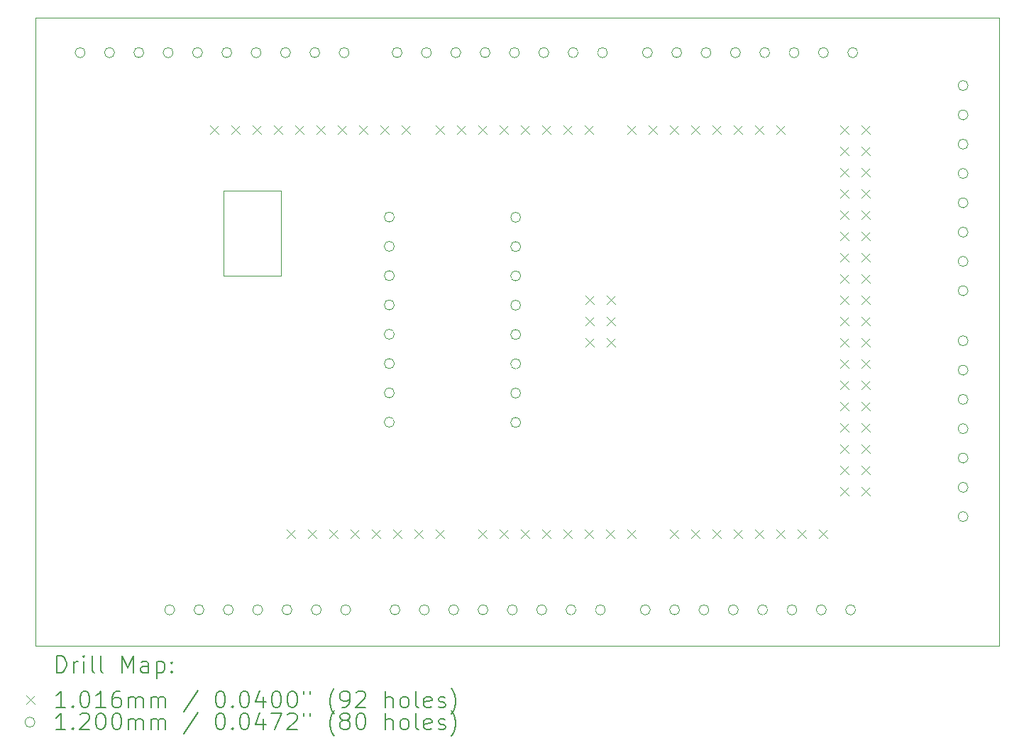
<source format=gbr>
%TF.GenerationSoftware,KiCad,Pcbnew,8.0.5*%
%TF.CreationDate,2024-10-08T21:35:42-05:00*%
%TF.ProjectId,Arduino Shield,41726475-696e-46f2-9053-6869656c642e,rev?*%
%TF.SameCoordinates,Original*%
%TF.FileFunction,Drillmap*%
%TF.FilePolarity,Positive*%
%FSLAX45Y45*%
G04 Gerber Fmt 4.5, Leading zero omitted, Abs format (unit mm)*
G04 Created by KiCad (PCBNEW 8.0.5) date 2024-10-08 21:35:42*
%MOMM*%
%LPD*%
G01*
G04 APERTURE LIST*
%ADD10C,0.100000*%
%ADD11C,0.200000*%
%ADD12C,0.101600*%
%ADD13C,0.120000*%
G04 APERTURE END LIST*
D10*
X4241800Y-4064000D02*
X4927600Y-4064000D01*
X4927600Y-5080000D01*
X4241800Y-5080000D01*
X4241800Y-4064000D01*
X2000000Y-2000000D02*
X13500000Y-2000000D01*
X13500000Y-9500000D01*
X2000000Y-9500000D01*
X2000000Y-2000000D01*
D11*
D12*
X4082800Y-3279200D02*
X4184400Y-3380800D01*
X4184400Y-3279200D02*
X4082800Y-3380800D01*
X4336800Y-3279200D02*
X4438400Y-3380800D01*
X4438400Y-3279200D02*
X4336800Y-3380800D01*
X4590800Y-3279200D02*
X4692400Y-3380800D01*
X4692400Y-3279200D02*
X4590800Y-3380800D01*
X4844800Y-3279200D02*
X4946400Y-3380800D01*
X4946400Y-3279200D02*
X4844800Y-3380800D01*
X4997200Y-8105200D02*
X5098800Y-8206800D01*
X5098800Y-8105200D02*
X4997200Y-8206800D01*
X5098800Y-3279200D02*
X5200400Y-3380800D01*
X5200400Y-3279200D02*
X5098800Y-3380800D01*
X5251200Y-8105200D02*
X5352800Y-8206800D01*
X5352800Y-8105200D02*
X5251200Y-8206800D01*
X5352800Y-3279200D02*
X5454400Y-3380800D01*
X5454400Y-3279200D02*
X5352800Y-3380800D01*
X5505200Y-8105200D02*
X5606800Y-8206800D01*
X5606800Y-8105200D02*
X5505200Y-8206800D01*
X5606800Y-3279200D02*
X5708400Y-3380800D01*
X5708400Y-3279200D02*
X5606800Y-3380800D01*
X5759200Y-8105200D02*
X5860800Y-8206800D01*
X5860800Y-8105200D02*
X5759200Y-8206800D01*
X5860800Y-3279200D02*
X5962400Y-3380800D01*
X5962400Y-3279200D02*
X5860800Y-3380800D01*
X6013200Y-8105200D02*
X6114800Y-8206800D01*
X6114800Y-8105200D02*
X6013200Y-8206800D01*
X6114800Y-3279200D02*
X6216400Y-3380800D01*
X6216400Y-3279200D02*
X6114800Y-3380800D01*
X6267200Y-8105200D02*
X6368800Y-8206800D01*
X6368800Y-8105200D02*
X6267200Y-8206800D01*
X6368800Y-3279200D02*
X6470400Y-3380800D01*
X6470400Y-3279200D02*
X6368800Y-3380800D01*
X6521200Y-8105200D02*
X6622800Y-8206800D01*
X6622800Y-8105200D02*
X6521200Y-8206800D01*
X6775200Y-3279200D02*
X6876800Y-3380800D01*
X6876800Y-3279200D02*
X6775200Y-3380800D01*
X6775200Y-8105200D02*
X6876800Y-8206800D01*
X6876800Y-8105200D02*
X6775200Y-8206800D01*
X7029200Y-3279200D02*
X7130800Y-3380800D01*
X7130800Y-3279200D02*
X7029200Y-3380800D01*
X7283200Y-3279200D02*
X7384800Y-3380800D01*
X7384800Y-3279200D02*
X7283200Y-3380800D01*
X7283200Y-8105200D02*
X7384800Y-8206800D01*
X7384800Y-8105200D02*
X7283200Y-8206800D01*
X7537200Y-3279200D02*
X7638800Y-3380800D01*
X7638800Y-3279200D02*
X7537200Y-3380800D01*
X7537200Y-8105200D02*
X7638800Y-8206800D01*
X7638800Y-8105200D02*
X7537200Y-8206800D01*
X7791200Y-3279200D02*
X7892800Y-3380800D01*
X7892800Y-3279200D02*
X7791200Y-3380800D01*
X7791200Y-8105200D02*
X7892800Y-8206800D01*
X7892800Y-8105200D02*
X7791200Y-8206800D01*
X8045200Y-3279200D02*
X8146800Y-3380800D01*
X8146800Y-3279200D02*
X8045200Y-3380800D01*
X8045200Y-8105200D02*
X8146800Y-8206800D01*
X8146800Y-8105200D02*
X8045200Y-8206800D01*
X8299200Y-3279200D02*
X8400800Y-3380800D01*
X8400800Y-3279200D02*
X8299200Y-3380800D01*
X8299200Y-8105200D02*
X8400800Y-8206800D01*
X8400800Y-8105200D02*
X8299200Y-8206800D01*
X8553200Y-3279200D02*
X8654800Y-3380800D01*
X8654800Y-3279200D02*
X8553200Y-3380800D01*
X8553200Y-8105200D02*
X8654800Y-8206800D01*
X8654800Y-8105200D02*
X8553200Y-8206800D01*
X8565900Y-5311200D02*
X8667500Y-5412800D01*
X8667500Y-5311200D02*
X8565900Y-5412800D01*
X8565900Y-5565200D02*
X8667500Y-5666800D01*
X8667500Y-5565200D02*
X8565900Y-5666800D01*
X8565900Y-5819200D02*
X8667500Y-5920800D01*
X8667500Y-5819200D02*
X8565900Y-5920800D01*
X8807200Y-8105200D02*
X8908800Y-8206800D01*
X8908800Y-8105200D02*
X8807200Y-8206800D01*
X8819900Y-5311200D02*
X8921500Y-5412800D01*
X8921500Y-5311200D02*
X8819900Y-5412800D01*
X8819900Y-5565200D02*
X8921500Y-5666800D01*
X8921500Y-5565200D02*
X8819900Y-5666800D01*
X8819900Y-5819200D02*
X8921500Y-5920800D01*
X8921500Y-5819200D02*
X8819900Y-5920800D01*
X9061200Y-3279200D02*
X9162800Y-3380800D01*
X9162800Y-3279200D02*
X9061200Y-3380800D01*
X9061200Y-8105200D02*
X9162800Y-8206800D01*
X9162800Y-8105200D02*
X9061200Y-8206800D01*
X9315200Y-3279200D02*
X9416800Y-3380800D01*
X9416800Y-3279200D02*
X9315200Y-3380800D01*
X9569200Y-3279200D02*
X9670800Y-3380800D01*
X9670800Y-3279200D02*
X9569200Y-3380800D01*
X9569200Y-8105200D02*
X9670800Y-8206800D01*
X9670800Y-8105200D02*
X9569200Y-8206800D01*
X9823200Y-3279200D02*
X9924800Y-3380800D01*
X9924800Y-3279200D02*
X9823200Y-3380800D01*
X9823200Y-8105200D02*
X9924800Y-8206800D01*
X9924800Y-8105200D02*
X9823200Y-8206800D01*
X10077200Y-3279200D02*
X10178800Y-3380800D01*
X10178800Y-3279200D02*
X10077200Y-3380800D01*
X10077200Y-8105200D02*
X10178800Y-8206800D01*
X10178800Y-8105200D02*
X10077200Y-8206800D01*
X10331200Y-3279200D02*
X10432800Y-3380800D01*
X10432800Y-3279200D02*
X10331200Y-3380800D01*
X10331200Y-8105200D02*
X10432800Y-8206800D01*
X10432800Y-8105200D02*
X10331200Y-8206800D01*
X10585200Y-3279200D02*
X10686800Y-3380800D01*
X10686800Y-3279200D02*
X10585200Y-3380800D01*
X10585200Y-8105200D02*
X10686800Y-8206800D01*
X10686800Y-8105200D02*
X10585200Y-8206800D01*
X10839200Y-3279200D02*
X10940800Y-3380800D01*
X10940800Y-3279200D02*
X10839200Y-3380800D01*
X10839200Y-8105200D02*
X10940800Y-8206800D01*
X10940800Y-8105200D02*
X10839200Y-8206800D01*
X11093200Y-8105200D02*
X11194800Y-8206800D01*
X11194800Y-8105200D02*
X11093200Y-8206800D01*
X11347200Y-8105200D02*
X11448800Y-8206800D01*
X11448800Y-8105200D02*
X11347200Y-8206800D01*
X11601200Y-3279200D02*
X11702800Y-3380800D01*
X11702800Y-3279200D02*
X11601200Y-3380800D01*
X11601200Y-3533200D02*
X11702800Y-3634800D01*
X11702800Y-3533200D02*
X11601200Y-3634800D01*
X11601200Y-3787200D02*
X11702800Y-3888800D01*
X11702800Y-3787200D02*
X11601200Y-3888800D01*
X11601200Y-4041200D02*
X11702800Y-4142800D01*
X11702800Y-4041200D02*
X11601200Y-4142800D01*
X11601200Y-4295200D02*
X11702800Y-4396800D01*
X11702800Y-4295200D02*
X11601200Y-4396800D01*
X11601200Y-4549200D02*
X11702800Y-4650800D01*
X11702800Y-4549200D02*
X11601200Y-4650800D01*
X11601200Y-4803200D02*
X11702800Y-4904800D01*
X11702800Y-4803200D02*
X11601200Y-4904800D01*
X11601200Y-5057200D02*
X11702800Y-5158800D01*
X11702800Y-5057200D02*
X11601200Y-5158800D01*
X11601200Y-5311200D02*
X11702800Y-5412800D01*
X11702800Y-5311200D02*
X11601200Y-5412800D01*
X11601200Y-5565200D02*
X11702800Y-5666800D01*
X11702800Y-5565200D02*
X11601200Y-5666800D01*
X11601200Y-5819200D02*
X11702800Y-5920800D01*
X11702800Y-5819200D02*
X11601200Y-5920800D01*
X11601200Y-6073200D02*
X11702800Y-6174800D01*
X11702800Y-6073200D02*
X11601200Y-6174800D01*
X11601200Y-6327200D02*
X11702800Y-6428800D01*
X11702800Y-6327200D02*
X11601200Y-6428800D01*
X11601200Y-6581200D02*
X11702800Y-6682800D01*
X11702800Y-6581200D02*
X11601200Y-6682800D01*
X11601200Y-6835200D02*
X11702800Y-6936800D01*
X11702800Y-6835200D02*
X11601200Y-6936800D01*
X11601200Y-7089200D02*
X11702800Y-7190800D01*
X11702800Y-7089200D02*
X11601200Y-7190800D01*
X11601200Y-7343200D02*
X11702800Y-7444800D01*
X11702800Y-7343200D02*
X11601200Y-7444800D01*
X11601200Y-7597200D02*
X11702800Y-7698800D01*
X11702800Y-7597200D02*
X11601200Y-7698800D01*
X11855200Y-3279200D02*
X11956800Y-3380800D01*
X11956800Y-3279200D02*
X11855200Y-3380800D01*
X11855200Y-3533200D02*
X11956800Y-3634800D01*
X11956800Y-3533200D02*
X11855200Y-3634800D01*
X11855200Y-3787200D02*
X11956800Y-3888800D01*
X11956800Y-3787200D02*
X11855200Y-3888800D01*
X11855200Y-4041200D02*
X11956800Y-4142800D01*
X11956800Y-4041200D02*
X11855200Y-4142800D01*
X11855200Y-4295200D02*
X11956800Y-4396800D01*
X11956800Y-4295200D02*
X11855200Y-4396800D01*
X11855200Y-4549200D02*
X11956800Y-4650800D01*
X11956800Y-4549200D02*
X11855200Y-4650800D01*
X11855200Y-4803200D02*
X11956800Y-4904800D01*
X11956800Y-4803200D02*
X11855200Y-4904800D01*
X11855200Y-5057200D02*
X11956800Y-5158800D01*
X11956800Y-5057200D02*
X11855200Y-5158800D01*
X11855200Y-5311200D02*
X11956800Y-5412800D01*
X11956800Y-5311200D02*
X11855200Y-5412800D01*
X11855200Y-5565200D02*
X11956800Y-5666800D01*
X11956800Y-5565200D02*
X11855200Y-5666800D01*
X11855200Y-5819200D02*
X11956800Y-5920800D01*
X11956800Y-5819200D02*
X11855200Y-5920800D01*
X11855200Y-6073200D02*
X11956800Y-6174800D01*
X11956800Y-6073200D02*
X11855200Y-6174800D01*
X11855200Y-6327200D02*
X11956800Y-6428800D01*
X11956800Y-6327200D02*
X11855200Y-6428800D01*
X11855200Y-6581200D02*
X11956800Y-6682800D01*
X11956800Y-6581200D02*
X11855200Y-6682800D01*
X11855200Y-6835200D02*
X11956800Y-6936800D01*
X11956800Y-6835200D02*
X11855200Y-6936800D01*
X11855200Y-7089200D02*
X11956800Y-7190800D01*
X11956800Y-7089200D02*
X11855200Y-7190800D01*
X11855200Y-7343200D02*
X11956800Y-7444800D01*
X11956800Y-7343200D02*
X11855200Y-7444800D01*
X11855200Y-7597200D02*
X11956800Y-7698800D01*
X11956800Y-7597200D02*
X11855200Y-7698800D01*
D13*
X2594000Y-2413000D02*
G75*
G02*
X2474000Y-2413000I-60000J0D01*
G01*
X2474000Y-2413000D02*
G75*
G02*
X2594000Y-2413000I60000J0D01*
G01*
X2944000Y-2413000D02*
G75*
G02*
X2824000Y-2413000I-60000J0D01*
G01*
X2824000Y-2413000D02*
G75*
G02*
X2944000Y-2413000I60000J0D01*
G01*
X3294000Y-2413000D02*
G75*
G02*
X3174000Y-2413000I-60000J0D01*
G01*
X3174000Y-2413000D02*
G75*
G02*
X3294000Y-2413000I60000J0D01*
G01*
X3644000Y-2413000D02*
G75*
G02*
X3524000Y-2413000I-60000J0D01*
G01*
X3524000Y-2413000D02*
G75*
G02*
X3644000Y-2413000I60000J0D01*
G01*
X3662300Y-9067800D02*
G75*
G02*
X3542300Y-9067800I-60000J0D01*
G01*
X3542300Y-9067800D02*
G75*
G02*
X3662300Y-9067800I60000J0D01*
G01*
X3994000Y-2413000D02*
G75*
G02*
X3874000Y-2413000I-60000J0D01*
G01*
X3874000Y-2413000D02*
G75*
G02*
X3994000Y-2413000I60000J0D01*
G01*
X4012300Y-9067800D02*
G75*
G02*
X3892300Y-9067800I-60000J0D01*
G01*
X3892300Y-9067800D02*
G75*
G02*
X4012300Y-9067800I60000J0D01*
G01*
X4344000Y-2413000D02*
G75*
G02*
X4224000Y-2413000I-60000J0D01*
G01*
X4224000Y-2413000D02*
G75*
G02*
X4344000Y-2413000I60000J0D01*
G01*
X4362300Y-9067800D02*
G75*
G02*
X4242300Y-9067800I-60000J0D01*
G01*
X4242300Y-9067800D02*
G75*
G02*
X4362300Y-9067800I60000J0D01*
G01*
X4694000Y-2413000D02*
G75*
G02*
X4574000Y-2413000I-60000J0D01*
G01*
X4574000Y-2413000D02*
G75*
G02*
X4694000Y-2413000I60000J0D01*
G01*
X4712300Y-9067800D02*
G75*
G02*
X4592300Y-9067800I-60000J0D01*
G01*
X4592300Y-9067800D02*
G75*
G02*
X4712300Y-9067800I60000J0D01*
G01*
X5044000Y-2413000D02*
G75*
G02*
X4924000Y-2413000I-60000J0D01*
G01*
X4924000Y-2413000D02*
G75*
G02*
X5044000Y-2413000I60000J0D01*
G01*
X5062300Y-9067800D02*
G75*
G02*
X4942300Y-9067800I-60000J0D01*
G01*
X4942300Y-9067800D02*
G75*
G02*
X5062300Y-9067800I60000J0D01*
G01*
X5394000Y-2413000D02*
G75*
G02*
X5274000Y-2413000I-60000J0D01*
G01*
X5274000Y-2413000D02*
G75*
G02*
X5394000Y-2413000I60000J0D01*
G01*
X5412300Y-9067800D02*
G75*
G02*
X5292300Y-9067800I-60000J0D01*
G01*
X5292300Y-9067800D02*
G75*
G02*
X5412300Y-9067800I60000J0D01*
G01*
X5744000Y-2413000D02*
G75*
G02*
X5624000Y-2413000I-60000J0D01*
G01*
X5624000Y-2413000D02*
G75*
G02*
X5744000Y-2413000I60000J0D01*
G01*
X5762300Y-9067800D02*
G75*
G02*
X5642300Y-9067800I-60000J0D01*
G01*
X5642300Y-9067800D02*
G75*
G02*
X5762300Y-9067800I60000J0D01*
G01*
X6283000Y-4377000D02*
G75*
G02*
X6163000Y-4377000I-60000J0D01*
G01*
X6163000Y-4377000D02*
G75*
G02*
X6283000Y-4377000I60000J0D01*
G01*
X6283000Y-4727000D02*
G75*
G02*
X6163000Y-4727000I-60000J0D01*
G01*
X6163000Y-4727000D02*
G75*
G02*
X6283000Y-4727000I60000J0D01*
G01*
X6283000Y-5077000D02*
G75*
G02*
X6163000Y-5077000I-60000J0D01*
G01*
X6163000Y-5077000D02*
G75*
G02*
X6283000Y-5077000I60000J0D01*
G01*
X6283000Y-5427000D02*
G75*
G02*
X6163000Y-5427000I-60000J0D01*
G01*
X6163000Y-5427000D02*
G75*
G02*
X6283000Y-5427000I60000J0D01*
G01*
X6283000Y-5777000D02*
G75*
G02*
X6163000Y-5777000I-60000J0D01*
G01*
X6163000Y-5777000D02*
G75*
G02*
X6283000Y-5777000I60000J0D01*
G01*
X6283000Y-6127000D02*
G75*
G02*
X6163000Y-6127000I-60000J0D01*
G01*
X6163000Y-6127000D02*
G75*
G02*
X6283000Y-6127000I60000J0D01*
G01*
X6283000Y-6477000D02*
G75*
G02*
X6163000Y-6477000I-60000J0D01*
G01*
X6163000Y-6477000D02*
G75*
G02*
X6283000Y-6477000I60000J0D01*
G01*
X6283000Y-6827000D02*
G75*
G02*
X6163000Y-6827000I-60000J0D01*
G01*
X6163000Y-6827000D02*
G75*
G02*
X6283000Y-6827000I60000J0D01*
G01*
X6350600Y-9067800D02*
G75*
G02*
X6230600Y-9067800I-60000J0D01*
G01*
X6230600Y-9067800D02*
G75*
G02*
X6350600Y-9067800I60000J0D01*
G01*
X6376000Y-2413000D02*
G75*
G02*
X6256000Y-2413000I-60000J0D01*
G01*
X6256000Y-2413000D02*
G75*
G02*
X6376000Y-2413000I60000J0D01*
G01*
X6700600Y-9067800D02*
G75*
G02*
X6580600Y-9067800I-60000J0D01*
G01*
X6580600Y-9067800D02*
G75*
G02*
X6700600Y-9067800I60000J0D01*
G01*
X6726000Y-2413000D02*
G75*
G02*
X6606000Y-2413000I-60000J0D01*
G01*
X6606000Y-2413000D02*
G75*
G02*
X6726000Y-2413000I60000J0D01*
G01*
X7050600Y-9067800D02*
G75*
G02*
X6930600Y-9067800I-60000J0D01*
G01*
X6930600Y-9067800D02*
G75*
G02*
X7050600Y-9067800I60000J0D01*
G01*
X7076000Y-2413000D02*
G75*
G02*
X6956000Y-2413000I-60000J0D01*
G01*
X6956000Y-2413000D02*
G75*
G02*
X7076000Y-2413000I60000J0D01*
G01*
X7400600Y-9067800D02*
G75*
G02*
X7280600Y-9067800I-60000J0D01*
G01*
X7280600Y-9067800D02*
G75*
G02*
X7400600Y-9067800I60000J0D01*
G01*
X7426000Y-2413000D02*
G75*
G02*
X7306000Y-2413000I-60000J0D01*
G01*
X7306000Y-2413000D02*
G75*
G02*
X7426000Y-2413000I60000J0D01*
G01*
X7750600Y-9067800D02*
G75*
G02*
X7630600Y-9067800I-60000J0D01*
G01*
X7630600Y-9067800D02*
G75*
G02*
X7750600Y-9067800I60000J0D01*
G01*
X7776000Y-2413000D02*
G75*
G02*
X7656000Y-2413000I-60000J0D01*
G01*
X7656000Y-2413000D02*
G75*
G02*
X7776000Y-2413000I60000J0D01*
G01*
X7790900Y-4379600D02*
G75*
G02*
X7670900Y-4379600I-60000J0D01*
G01*
X7670900Y-4379600D02*
G75*
G02*
X7790900Y-4379600I60000J0D01*
G01*
X7790900Y-4729600D02*
G75*
G02*
X7670900Y-4729600I-60000J0D01*
G01*
X7670900Y-4729600D02*
G75*
G02*
X7790900Y-4729600I60000J0D01*
G01*
X7790900Y-5079600D02*
G75*
G02*
X7670900Y-5079600I-60000J0D01*
G01*
X7670900Y-5079600D02*
G75*
G02*
X7790900Y-5079600I60000J0D01*
G01*
X7790900Y-5429600D02*
G75*
G02*
X7670900Y-5429600I-60000J0D01*
G01*
X7670900Y-5429600D02*
G75*
G02*
X7790900Y-5429600I60000J0D01*
G01*
X7790900Y-5779600D02*
G75*
G02*
X7670900Y-5779600I-60000J0D01*
G01*
X7670900Y-5779600D02*
G75*
G02*
X7790900Y-5779600I60000J0D01*
G01*
X7790900Y-6129600D02*
G75*
G02*
X7670900Y-6129600I-60000J0D01*
G01*
X7670900Y-6129600D02*
G75*
G02*
X7790900Y-6129600I60000J0D01*
G01*
X7790900Y-6479600D02*
G75*
G02*
X7670900Y-6479600I-60000J0D01*
G01*
X7670900Y-6479600D02*
G75*
G02*
X7790900Y-6479600I60000J0D01*
G01*
X7790900Y-6829600D02*
G75*
G02*
X7670900Y-6829600I-60000J0D01*
G01*
X7670900Y-6829600D02*
G75*
G02*
X7790900Y-6829600I60000J0D01*
G01*
X8100600Y-9067800D02*
G75*
G02*
X7980600Y-9067800I-60000J0D01*
G01*
X7980600Y-9067800D02*
G75*
G02*
X8100600Y-9067800I60000J0D01*
G01*
X8126000Y-2413000D02*
G75*
G02*
X8006000Y-2413000I-60000J0D01*
G01*
X8006000Y-2413000D02*
G75*
G02*
X8126000Y-2413000I60000J0D01*
G01*
X8450600Y-9067800D02*
G75*
G02*
X8330600Y-9067800I-60000J0D01*
G01*
X8330600Y-9067800D02*
G75*
G02*
X8450600Y-9067800I60000J0D01*
G01*
X8476000Y-2413000D02*
G75*
G02*
X8356000Y-2413000I-60000J0D01*
G01*
X8356000Y-2413000D02*
G75*
G02*
X8476000Y-2413000I60000J0D01*
G01*
X8800600Y-9067800D02*
G75*
G02*
X8680600Y-9067800I-60000J0D01*
G01*
X8680600Y-9067800D02*
G75*
G02*
X8800600Y-9067800I60000J0D01*
G01*
X8826000Y-2413000D02*
G75*
G02*
X8706000Y-2413000I-60000J0D01*
G01*
X8706000Y-2413000D02*
G75*
G02*
X8826000Y-2413000I60000J0D01*
G01*
X9336600Y-9067800D02*
G75*
G02*
X9216600Y-9067800I-60000J0D01*
G01*
X9216600Y-9067800D02*
G75*
G02*
X9336600Y-9067800I60000J0D01*
G01*
X9362000Y-2413000D02*
G75*
G02*
X9242000Y-2413000I-60000J0D01*
G01*
X9242000Y-2413000D02*
G75*
G02*
X9362000Y-2413000I60000J0D01*
G01*
X9686600Y-9067800D02*
G75*
G02*
X9566600Y-9067800I-60000J0D01*
G01*
X9566600Y-9067800D02*
G75*
G02*
X9686600Y-9067800I60000J0D01*
G01*
X9712000Y-2413000D02*
G75*
G02*
X9592000Y-2413000I-60000J0D01*
G01*
X9592000Y-2413000D02*
G75*
G02*
X9712000Y-2413000I60000J0D01*
G01*
X10036600Y-9067800D02*
G75*
G02*
X9916600Y-9067800I-60000J0D01*
G01*
X9916600Y-9067800D02*
G75*
G02*
X10036600Y-9067800I60000J0D01*
G01*
X10062000Y-2413000D02*
G75*
G02*
X9942000Y-2413000I-60000J0D01*
G01*
X9942000Y-2413000D02*
G75*
G02*
X10062000Y-2413000I60000J0D01*
G01*
X10386600Y-9067800D02*
G75*
G02*
X10266600Y-9067800I-60000J0D01*
G01*
X10266600Y-9067800D02*
G75*
G02*
X10386600Y-9067800I60000J0D01*
G01*
X10412000Y-2413000D02*
G75*
G02*
X10292000Y-2413000I-60000J0D01*
G01*
X10292000Y-2413000D02*
G75*
G02*
X10412000Y-2413000I60000J0D01*
G01*
X10736600Y-9067800D02*
G75*
G02*
X10616600Y-9067800I-60000J0D01*
G01*
X10616600Y-9067800D02*
G75*
G02*
X10736600Y-9067800I60000J0D01*
G01*
X10762000Y-2413000D02*
G75*
G02*
X10642000Y-2413000I-60000J0D01*
G01*
X10642000Y-2413000D02*
G75*
G02*
X10762000Y-2413000I60000J0D01*
G01*
X11086600Y-9067800D02*
G75*
G02*
X10966600Y-9067800I-60000J0D01*
G01*
X10966600Y-9067800D02*
G75*
G02*
X11086600Y-9067800I60000J0D01*
G01*
X11112000Y-2413000D02*
G75*
G02*
X10992000Y-2413000I-60000J0D01*
G01*
X10992000Y-2413000D02*
G75*
G02*
X11112000Y-2413000I60000J0D01*
G01*
X11436600Y-9067800D02*
G75*
G02*
X11316600Y-9067800I-60000J0D01*
G01*
X11316600Y-9067800D02*
G75*
G02*
X11436600Y-9067800I60000J0D01*
G01*
X11462000Y-2413000D02*
G75*
G02*
X11342000Y-2413000I-60000J0D01*
G01*
X11342000Y-2413000D02*
G75*
G02*
X11462000Y-2413000I60000J0D01*
G01*
X11786600Y-9067800D02*
G75*
G02*
X11666600Y-9067800I-60000J0D01*
G01*
X11666600Y-9067800D02*
G75*
G02*
X11786600Y-9067800I60000J0D01*
G01*
X11812000Y-2413000D02*
G75*
G02*
X11692000Y-2413000I-60000J0D01*
G01*
X11692000Y-2413000D02*
G75*
G02*
X11812000Y-2413000I60000J0D01*
G01*
X13128300Y-2806700D02*
G75*
G02*
X13008300Y-2806700I-60000J0D01*
G01*
X13008300Y-2806700D02*
G75*
G02*
X13128300Y-2806700I60000J0D01*
G01*
X13128300Y-3156700D02*
G75*
G02*
X13008300Y-3156700I-60000J0D01*
G01*
X13008300Y-3156700D02*
G75*
G02*
X13128300Y-3156700I60000J0D01*
G01*
X13128300Y-3506700D02*
G75*
G02*
X13008300Y-3506700I-60000J0D01*
G01*
X13008300Y-3506700D02*
G75*
G02*
X13128300Y-3506700I60000J0D01*
G01*
X13128300Y-3856700D02*
G75*
G02*
X13008300Y-3856700I-60000J0D01*
G01*
X13008300Y-3856700D02*
G75*
G02*
X13128300Y-3856700I60000J0D01*
G01*
X13128300Y-4206700D02*
G75*
G02*
X13008300Y-4206700I-60000J0D01*
G01*
X13008300Y-4206700D02*
G75*
G02*
X13128300Y-4206700I60000J0D01*
G01*
X13128300Y-4556700D02*
G75*
G02*
X13008300Y-4556700I-60000J0D01*
G01*
X13008300Y-4556700D02*
G75*
G02*
X13128300Y-4556700I60000J0D01*
G01*
X13128300Y-4906700D02*
G75*
G02*
X13008300Y-4906700I-60000J0D01*
G01*
X13008300Y-4906700D02*
G75*
G02*
X13128300Y-4906700I60000J0D01*
G01*
X13128300Y-5256700D02*
G75*
G02*
X13008300Y-5256700I-60000J0D01*
G01*
X13008300Y-5256700D02*
G75*
G02*
X13128300Y-5256700I60000J0D01*
G01*
X13128300Y-5854700D02*
G75*
G02*
X13008300Y-5854700I-60000J0D01*
G01*
X13008300Y-5854700D02*
G75*
G02*
X13128300Y-5854700I60000J0D01*
G01*
X13128300Y-6204700D02*
G75*
G02*
X13008300Y-6204700I-60000J0D01*
G01*
X13008300Y-6204700D02*
G75*
G02*
X13128300Y-6204700I60000J0D01*
G01*
X13128300Y-6554700D02*
G75*
G02*
X13008300Y-6554700I-60000J0D01*
G01*
X13008300Y-6554700D02*
G75*
G02*
X13128300Y-6554700I60000J0D01*
G01*
X13128300Y-6904700D02*
G75*
G02*
X13008300Y-6904700I-60000J0D01*
G01*
X13008300Y-6904700D02*
G75*
G02*
X13128300Y-6904700I60000J0D01*
G01*
X13128300Y-7254700D02*
G75*
G02*
X13008300Y-7254700I-60000J0D01*
G01*
X13008300Y-7254700D02*
G75*
G02*
X13128300Y-7254700I60000J0D01*
G01*
X13128300Y-7604700D02*
G75*
G02*
X13008300Y-7604700I-60000J0D01*
G01*
X13008300Y-7604700D02*
G75*
G02*
X13128300Y-7604700I60000J0D01*
G01*
X13128300Y-7954700D02*
G75*
G02*
X13008300Y-7954700I-60000J0D01*
G01*
X13008300Y-7954700D02*
G75*
G02*
X13128300Y-7954700I60000J0D01*
G01*
D11*
X2255777Y-9816484D02*
X2255777Y-9616484D01*
X2255777Y-9616484D02*
X2303396Y-9616484D01*
X2303396Y-9616484D02*
X2331967Y-9626008D01*
X2331967Y-9626008D02*
X2351015Y-9645055D01*
X2351015Y-9645055D02*
X2360539Y-9664103D01*
X2360539Y-9664103D02*
X2370063Y-9702198D01*
X2370063Y-9702198D02*
X2370063Y-9730770D01*
X2370063Y-9730770D02*
X2360539Y-9768865D01*
X2360539Y-9768865D02*
X2351015Y-9787912D01*
X2351015Y-9787912D02*
X2331967Y-9806960D01*
X2331967Y-9806960D02*
X2303396Y-9816484D01*
X2303396Y-9816484D02*
X2255777Y-9816484D01*
X2455777Y-9816484D02*
X2455777Y-9683150D01*
X2455777Y-9721246D02*
X2465301Y-9702198D01*
X2465301Y-9702198D02*
X2474824Y-9692674D01*
X2474824Y-9692674D02*
X2493872Y-9683150D01*
X2493872Y-9683150D02*
X2512920Y-9683150D01*
X2579586Y-9816484D02*
X2579586Y-9683150D01*
X2579586Y-9616484D02*
X2570063Y-9626008D01*
X2570063Y-9626008D02*
X2579586Y-9635531D01*
X2579586Y-9635531D02*
X2589110Y-9626008D01*
X2589110Y-9626008D02*
X2579586Y-9616484D01*
X2579586Y-9616484D02*
X2579586Y-9635531D01*
X2703396Y-9816484D02*
X2684348Y-9806960D01*
X2684348Y-9806960D02*
X2674824Y-9787912D01*
X2674824Y-9787912D02*
X2674824Y-9616484D01*
X2808158Y-9816484D02*
X2789110Y-9806960D01*
X2789110Y-9806960D02*
X2779586Y-9787912D01*
X2779586Y-9787912D02*
X2779586Y-9616484D01*
X3036729Y-9816484D02*
X3036729Y-9616484D01*
X3036729Y-9616484D02*
X3103396Y-9759341D01*
X3103396Y-9759341D02*
X3170062Y-9616484D01*
X3170062Y-9616484D02*
X3170062Y-9816484D01*
X3351015Y-9816484D02*
X3351015Y-9711722D01*
X3351015Y-9711722D02*
X3341491Y-9692674D01*
X3341491Y-9692674D02*
X3322443Y-9683150D01*
X3322443Y-9683150D02*
X3284348Y-9683150D01*
X3284348Y-9683150D02*
X3265301Y-9692674D01*
X3351015Y-9806960D02*
X3331967Y-9816484D01*
X3331967Y-9816484D02*
X3284348Y-9816484D01*
X3284348Y-9816484D02*
X3265301Y-9806960D01*
X3265301Y-9806960D02*
X3255777Y-9787912D01*
X3255777Y-9787912D02*
X3255777Y-9768865D01*
X3255777Y-9768865D02*
X3265301Y-9749817D01*
X3265301Y-9749817D02*
X3284348Y-9740293D01*
X3284348Y-9740293D02*
X3331967Y-9740293D01*
X3331967Y-9740293D02*
X3351015Y-9730770D01*
X3446253Y-9683150D02*
X3446253Y-9883150D01*
X3446253Y-9692674D02*
X3465301Y-9683150D01*
X3465301Y-9683150D02*
X3503396Y-9683150D01*
X3503396Y-9683150D02*
X3522443Y-9692674D01*
X3522443Y-9692674D02*
X3531967Y-9702198D01*
X3531967Y-9702198D02*
X3541491Y-9721246D01*
X3541491Y-9721246D02*
X3541491Y-9778389D01*
X3541491Y-9778389D02*
X3531967Y-9797436D01*
X3531967Y-9797436D02*
X3522443Y-9806960D01*
X3522443Y-9806960D02*
X3503396Y-9816484D01*
X3503396Y-9816484D02*
X3465301Y-9816484D01*
X3465301Y-9816484D02*
X3446253Y-9806960D01*
X3627205Y-9797436D02*
X3636729Y-9806960D01*
X3636729Y-9806960D02*
X3627205Y-9816484D01*
X3627205Y-9816484D02*
X3617682Y-9806960D01*
X3617682Y-9806960D02*
X3627205Y-9797436D01*
X3627205Y-9797436D02*
X3627205Y-9816484D01*
X3627205Y-9692674D02*
X3636729Y-9702198D01*
X3636729Y-9702198D02*
X3627205Y-9711722D01*
X3627205Y-9711722D02*
X3617682Y-9702198D01*
X3617682Y-9702198D02*
X3627205Y-9692674D01*
X3627205Y-9692674D02*
X3627205Y-9711722D01*
D12*
X1893400Y-10094200D02*
X1995000Y-10195800D01*
X1995000Y-10094200D02*
X1893400Y-10195800D01*
D11*
X2360539Y-10236484D02*
X2246253Y-10236484D01*
X2303396Y-10236484D02*
X2303396Y-10036484D01*
X2303396Y-10036484D02*
X2284348Y-10065055D01*
X2284348Y-10065055D02*
X2265301Y-10084103D01*
X2265301Y-10084103D02*
X2246253Y-10093627D01*
X2446253Y-10217436D02*
X2455777Y-10226960D01*
X2455777Y-10226960D02*
X2446253Y-10236484D01*
X2446253Y-10236484D02*
X2436729Y-10226960D01*
X2436729Y-10226960D02*
X2446253Y-10217436D01*
X2446253Y-10217436D02*
X2446253Y-10236484D01*
X2579586Y-10036484D02*
X2598634Y-10036484D01*
X2598634Y-10036484D02*
X2617682Y-10046008D01*
X2617682Y-10046008D02*
X2627205Y-10055531D01*
X2627205Y-10055531D02*
X2636729Y-10074579D01*
X2636729Y-10074579D02*
X2646253Y-10112674D01*
X2646253Y-10112674D02*
X2646253Y-10160293D01*
X2646253Y-10160293D02*
X2636729Y-10198389D01*
X2636729Y-10198389D02*
X2627205Y-10217436D01*
X2627205Y-10217436D02*
X2617682Y-10226960D01*
X2617682Y-10226960D02*
X2598634Y-10236484D01*
X2598634Y-10236484D02*
X2579586Y-10236484D01*
X2579586Y-10236484D02*
X2560539Y-10226960D01*
X2560539Y-10226960D02*
X2551015Y-10217436D01*
X2551015Y-10217436D02*
X2541491Y-10198389D01*
X2541491Y-10198389D02*
X2531967Y-10160293D01*
X2531967Y-10160293D02*
X2531967Y-10112674D01*
X2531967Y-10112674D02*
X2541491Y-10074579D01*
X2541491Y-10074579D02*
X2551015Y-10055531D01*
X2551015Y-10055531D02*
X2560539Y-10046008D01*
X2560539Y-10046008D02*
X2579586Y-10036484D01*
X2836729Y-10236484D02*
X2722444Y-10236484D01*
X2779586Y-10236484D02*
X2779586Y-10036484D01*
X2779586Y-10036484D02*
X2760539Y-10065055D01*
X2760539Y-10065055D02*
X2741491Y-10084103D01*
X2741491Y-10084103D02*
X2722444Y-10093627D01*
X3008158Y-10036484D02*
X2970062Y-10036484D01*
X2970062Y-10036484D02*
X2951015Y-10046008D01*
X2951015Y-10046008D02*
X2941491Y-10055531D01*
X2941491Y-10055531D02*
X2922443Y-10084103D01*
X2922443Y-10084103D02*
X2912920Y-10122198D01*
X2912920Y-10122198D02*
X2912920Y-10198389D01*
X2912920Y-10198389D02*
X2922443Y-10217436D01*
X2922443Y-10217436D02*
X2931967Y-10226960D01*
X2931967Y-10226960D02*
X2951015Y-10236484D01*
X2951015Y-10236484D02*
X2989110Y-10236484D01*
X2989110Y-10236484D02*
X3008158Y-10226960D01*
X3008158Y-10226960D02*
X3017682Y-10217436D01*
X3017682Y-10217436D02*
X3027205Y-10198389D01*
X3027205Y-10198389D02*
X3027205Y-10150770D01*
X3027205Y-10150770D02*
X3017682Y-10131722D01*
X3017682Y-10131722D02*
X3008158Y-10122198D01*
X3008158Y-10122198D02*
X2989110Y-10112674D01*
X2989110Y-10112674D02*
X2951015Y-10112674D01*
X2951015Y-10112674D02*
X2931967Y-10122198D01*
X2931967Y-10122198D02*
X2922443Y-10131722D01*
X2922443Y-10131722D02*
X2912920Y-10150770D01*
X3112920Y-10236484D02*
X3112920Y-10103150D01*
X3112920Y-10122198D02*
X3122443Y-10112674D01*
X3122443Y-10112674D02*
X3141491Y-10103150D01*
X3141491Y-10103150D02*
X3170063Y-10103150D01*
X3170063Y-10103150D02*
X3189110Y-10112674D01*
X3189110Y-10112674D02*
X3198634Y-10131722D01*
X3198634Y-10131722D02*
X3198634Y-10236484D01*
X3198634Y-10131722D02*
X3208158Y-10112674D01*
X3208158Y-10112674D02*
X3227205Y-10103150D01*
X3227205Y-10103150D02*
X3255777Y-10103150D01*
X3255777Y-10103150D02*
X3274824Y-10112674D01*
X3274824Y-10112674D02*
X3284348Y-10131722D01*
X3284348Y-10131722D02*
X3284348Y-10236484D01*
X3379586Y-10236484D02*
X3379586Y-10103150D01*
X3379586Y-10122198D02*
X3389110Y-10112674D01*
X3389110Y-10112674D02*
X3408158Y-10103150D01*
X3408158Y-10103150D02*
X3436729Y-10103150D01*
X3436729Y-10103150D02*
X3455777Y-10112674D01*
X3455777Y-10112674D02*
X3465301Y-10131722D01*
X3465301Y-10131722D02*
X3465301Y-10236484D01*
X3465301Y-10131722D02*
X3474824Y-10112674D01*
X3474824Y-10112674D02*
X3493872Y-10103150D01*
X3493872Y-10103150D02*
X3522443Y-10103150D01*
X3522443Y-10103150D02*
X3541491Y-10112674D01*
X3541491Y-10112674D02*
X3551015Y-10131722D01*
X3551015Y-10131722D02*
X3551015Y-10236484D01*
X3941491Y-10026960D02*
X3770063Y-10284103D01*
X4198634Y-10036484D02*
X4217682Y-10036484D01*
X4217682Y-10036484D02*
X4236729Y-10046008D01*
X4236729Y-10046008D02*
X4246253Y-10055531D01*
X4246253Y-10055531D02*
X4255777Y-10074579D01*
X4255777Y-10074579D02*
X4265301Y-10112674D01*
X4265301Y-10112674D02*
X4265301Y-10160293D01*
X4265301Y-10160293D02*
X4255777Y-10198389D01*
X4255777Y-10198389D02*
X4246253Y-10217436D01*
X4246253Y-10217436D02*
X4236729Y-10226960D01*
X4236729Y-10226960D02*
X4217682Y-10236484D01*
X4217682Y-10236484D02*
X4198634Y-10236484D01*
X4198634Y-10236484D02*
X4179586Y-10226960D01*
X4179586Y-10226960D02*
X4170063Y-10217436D01*
X4170063Y-10217436D02*
X4160539Y-10198389D01*
X4160539Y-10198389D02*
X4151015Y-10160293D01*
X4151015Y-10160293D02*
X4151015Y-10112674D01*
X4151015Y-10112674D02*
X4160539Y-10074579D01*
X4160539Y-10074579D02*
X4170063Y-10055531D01*
X4170063Y-10055531D02*
X4179586Y-10046008D01*
X4179586Y-10046008D02*
X4198634Y-10036484D01*
X4351015Y-10217436D02*
X4360539Y-10226960D01*
X4360539Y-10226960D02*
X4351015Y-10236484D01*
X4351015Y-10236484D02*
X4341491Y-10226960D01*
X4341491Y-10226960D02*
X4351015Y-10217436D01*
X4351015Y-10217436D02*
X4351015Y-10236484D01*
X4484348Y-10036484D02*
X4503396Y-10036484D01*
X4503396Y-10036484D02*
X4522444Y-10046008D01*
X4522444Y-10046008D02*
X4531968Y-10055531D01*
X4531968Y-10055531D02*
X4541491Y-10074579D01*
X4541491Y-10074579D02*
X4551015Y-10112674D01*
X4551015Y-10112674D02*
X4551015Y-10160293D01*
X4551015Y-10160293D02*
X4541491Y-10198389D01*
X4541491Y-10198389D02*
X4531968Y-10217436D01*
X4531968Y-10217436D02*
X4522444Y-10226960D01*
X4522444Y-10226960D02*
X4503396Y-10236484D01*
X4503396Y-10236484D02*
X4484348Y-10236484D01*
X4484348Y-10236484D02*
X4465301Y-10226960D01*
X4465301Y-10226960D02*
X4455777Y-10217436D01*
X4455777Y-10217436D02*
X4446253Y-10198389D01*
X4446253Y-10198389D02*
X4436729Y-10160293D01*
X4436729Y-10160293D02*
X4436729Y-10112674D01*
X4436729Y-10112674D02*
X4446253Y-10074579D01*
X4446253Y-10074579D02*
X4455777Y-10055531D01*
X4455777Y-10055531D02*
X4465301Y-10046008D01*
X4465301Y-10046008D02*
X4484348Y-10036484D01*
X4722444Y-10103150D02*
X4722444Y-10236484D01*
X4674825Y-10026960D02*
X4627206Y-10169817D01*
X4627206Y-10169817D02*
X4751015Y-10169817D01*
X4865301Y-10036484D02*
X4884349Y-10036484D01*
X4884349Y-10036484D02*
X4903396Y-10046008D01*
X4903396Y-10046008D02*
X4912920Y-10055531D01*
X4912920Y-10055531D02*
X4922444Y-10074579D01*
X4922444Y-10074579D02*
X4931968Y-10112674D01*
X4931968Y-10112674D02*
X4931968Y-10160293D01*
X4931968Y-10160293D02*
X4922444Y-10198389D01*
X4922444Y-10198389D02*
X4912920Y-10217436D01*
X4912920Y-10217436D02*
X4903396Y-10226960D01*
X4903396Y-10226960D02*
X4884349Y-10236484D01*
X4884349Y-10236484D02*
X4865301Y-10236484D01*
X4865301Y-10236484D02*
X4846253Y-10226960D01*
X4846253Y-10226960D02*
X4836729Y-10217436D01*
X4836729Y-10217436D02*
X4827206Y-10198389D01*
X4827206Y-10198389D02*
X4817682Y-10160293D01*
X4817682Y-10160293D02*
X4817682Y-10112674D01*
X4817682Y-10112674D02*
X4827206Y-10074579D01*
X4827206Y-10074579D02*
X4836729Y-10055531D01*
X4836729Y-10055531D02*
X4846253Y-10046008D01*
X4846253Y-10046008D02*
X4865301Y-10036484D01*
X5055777Y-10036484D02*
X5074825Y-10036484D01*
X5074825Y-10036484D02*
X5093872Y-10046008D01*
X5093872Y-10046008D02*
X5103396Y-10055531D01*
X5103396Y-10055531D02*
X5112920Y-10074579D01*
X5112920Y-10074579D02*
X5122444Y-10112674D01*
X5122444Y-10112674D02*
X5122444Y-10160293D01*
X5122444Y-10160293D02*
X5112920Y-10198389D01*
X5112920Y-10198389D02*
X5103396Y-10217436D01*
X5103396Y-10217436D02*
X5093872Y-10226960D01*
X5093872Y-10226960D02*
X5074825Y-10236484D01*
X5074825Y-10236484D02*
X5055777Y-10236484D01*
X5055777Y-10236484D02*
X5036729Y-10226960D01*
X5036729Y-10226960D02*
X5027206Y-10217436D01*
X5027206Y-10217436D02*
X5017682Y-10198389D01*
X5017682Y-10198389D02*
X5008158Y-10160293D01*
X5008158Y-10160293D02*
X5008158Y-10112674D01*
X5008158Y-10112674D02*
X5017682Y-10074579D01*
X5017682Y-10074579D02*
X5027206Y-10055531D01*
X5027206Y-10055531D02*
X5036729Y-10046008D01*
X5036729Y-10046008D02*
X5055777Y-10036484D01*
X5198634Y-10036484D02*
X5198634Y-10074579D01*
X5274825Y-10036484D02*
X5274825Y-10074579D01*
X5570063Y-10312674D02*
X5560539Y-10303150D01*
X5560539Y-10303150D02*
X5541491Y-10274579D01*
X5541491Y-10274579D02*
X5531968Y-10255531D01*
X5531968Y-10255531D02*
X5522444Y-10226960D01*
X5522444Y-10226960D02*
X5512920Y-10179341D01*
X5512920Y-10179341D02*
X5512920Y-10141246D01*
X5512920Y-10141246D02*
X5522444Y-10093627D01*
X5522444Y-10093627D02*
X5531968Y-10065055D01*
X5531968Y-10065055D02*
X5541491Y-10046008D01*
X5541491Y-10046008D02*
X5560539Y-10017436D01*
X5560539Y-10017436D02*
X5570063Y-10007912D01*
X5655777Y-10236484D02*
X5693872Y-10236484D01*
X5693872Y-10236484D02*
X5712920Y-10226960D01*
X5712920Y-10226960D02*
X5722444Y-10217436D01*
X5722444Y-10217436D02*
X5741491Y-10188865D01*
X5741491Y-10188865D02*
X5751015Y-10150770D01*
X5751015Y-10150770D02*
X5751015Y-10074579D01*
X5751015Y-10074579D02*
X5741491Y-10055531D01*
X5741491Y-10055531D02*
X5731968Y-10046008D01*
X5731968Y-10046008D02*
X5712920Y-10036484D01*
X5712920Y-10036484D02*
X5674825Y-10036484D01*
X5674825Y-10036484D02*
X5655777Y-10046008D01*
X5655777Y-10046008D02*
X5646253Y-10055531D01*
X5646253Y-10055531D02*
X5636729Y-10074579D01*
X5636729Y-10074579D02*
X5636729Y-10122198D01*
X5636729Y-10122198D02*
X5646253Y-10141246D01*
X5646253Y-10141246D02*
X5655777Y-10150770D01*
X5655777Y-10150770D02*
X5674825Y-10160293D01*
X5674825Y-10160293D02*
X5712920Y-10160293D01*
X5712920Y-10160293D02*
X5731968Y-10150770D01*
X5731968Y-10150770D02*
X5741491Y-10141246D01*
X5741491Y-10141246D02*
X5751015Y-10122198D01*
X5827206Y-10055531D02*
X5836729Y-10046008D01*
X5836729Y-10046008D02*
X5855777Y-10036484D01*
X5855777Y-10036484D02*
X5903396Y-10036484D01*
X5903396Y-10036484D02*
X5922444Y-10046008D01*
X5922444Y-10046008D02*
X5931968Y-10055531D01*
X5931968Y-10055531D02*
X5941491Y-10074579D01*
X5941491Y-10074579D02*
X5941491Y-10093627D01*
X5941491Y-10093627D02*
X5931968Y-10122198D01*
X5931968Y-10122198D02*
X5817682Y-10236484D01*
X5817682Y-10236484D02*
X5941491Y-10236484D01*
X6179587Y-10236484D02*
X6179587Y-10036484D01*
X6265301Y-10236484D02*
X6265301Y-10131722D01*
X6265301Y-10131722D02*
X6255777Y-10112674D01*
X6255777Y-10112674D02*
X6236730Y-10103150D01*
X6236730Y-10103150D02*
X6208158Y-10103150D01*
X6208158Y-10103150D02*
X6189110Y-10112674D01*
X6189110Y-10112674D02*
X6179587Y-10122198D01*
X6389110Y-10236484D02*
X6370063Y-10226960D01*
X6370063Y-10226960D02*
X6360539Y-10217436D01*
X6360539Y-10217436D02*
X6351015Y-10198389D01*
X6351015Y-10198389D02*
X6351015Y-10141246D01*
X6351015Y-10141246D02*
X6360539Y-10122198D01*
X6360539Y-10122198D02*
X6370063Y-10112674D01*
X6370063Y-10112674D02*
X6389110Y-10103150D01*
X6389110Y-10103150D02*
X6417682Y-10103150D01*
X6417682Y-10103150D02*
X6436730Y-10112674D01*
X6436730Y-10112674D02*
X6446253Y-10122198D01*
X6446253Y-10122198D02*
X6455777Y-10141246D01*
X6455777Y-10141246D02*
X6455777Y-10198389D01*
X6455777Y-10198389D02*
X6446253Y-10217436D01*
X6446253Y-10217436D02*
X6436730Y-10226960D01*
X6436730Y-10226960D02*
X6417682Y-10236484D01*
X6417682Y-10236484D02*
X6389110Y-10236484D01*
X6570063Y-10236484D02*
X6551015Y-10226960D01*
X6551015Y-10226960D02*
X6541491Y-10207912D01*
X6541491Y-10207912D02*
X6541491Y-10036484D01*
X6722444Y-10226960D02*
X6703396Y-10236484D01*
X6703396Y-10236484D02*
X6665301Y-10236484D01*
X6665301Y-10236484D02*
X6646253Y-10226960D01*
X6646253Y-10226960D02*
X6636730Y-10207912D01*
X6636730Y-10207912D02*
X6636730Y-10131722D01*
X6636730Y-10131722D02*
X6646253Y-10112674D01*
X6646253Y-10112674D02*
X6665301Y-10103150D01*
X6665301Y-10103150D02*
X6703396Y-10103150D01*
X6703396Y-10103150D02*
X6722444Y-10112674D01*
X6722444Y-10112674D02*
X6731968Y-10131722D01*
X6731968Y-10131722D02*
X6731968Y-10150770D01*
X6731968Y-10150770D02*
X6636730Y-10169817D01*
X6808158Y-10226960D02*
X6827206Y-10236484D01*
X6827206Y-10236484D02*
X6865301Y-10236484D01*
X6865301Y-10236484D02*
X6884349Y-10226960D01*
X6884349Y-10226960D02*
X6893872Y-10207912D01*
X6893872Y-10207912D02*
X6893872Y-10198389D01*
X6893872Y-10198389D02*
X6884349Y-10179341D01*
X6884349Y-10179341D02*
X6865301Y-10169817D01*
X6865301Y-10169817D02*
X6836730Y-10169817D01*
X6836730Y-10169817D02*
X6817682Y-10160293D01*
X6817682Y-10160293D02*
X6808158Y-10141246D01*
X6808158Y-10141246D02*
X6808158Y-10131722D01*
X6808158Y-10131722D02*
X6817682Y-10112674D01*
X6817682Y-10112674D02*
X6836730Y-10103150D01*
X6836730Y-10103150D02*
X6865301Y-10103150D01*
X6865301Y-10103150D02*
X6884349Y-10112674D01*
X6960539Y-10312674D02*
X6970063Y-10303150D01*
X6970063Y-10303150D02*
X6989111Y-10274579D01*
X6989111Y-10274579D02*
X6998634Y-10255531D01*
X6998634Y-10255531D02*
X7008158Y-10226960D01*
X7008158Y-10226960D02*
X7017682Y-10179341D01*
X7017682Y-10179341D02*
X7017682Y-10141246D01*
X7017682Y-10141246D02*
X7008158Y-10093627D01*
X7008158Y-10093627D02*
X6998634Y-10065055D01*
X6998634Y-10065055D02*
X6989111Y-10046008D01*
X6989111Y-10046008D02*
X6970063Y-10017436D01*
X6970063Y-10017436D02*
X6960539Y-10007912D01*
D13*
X1995000Y-10409000D02*
G75*
G02*
X1875000Y-10409000I-60000J0D01*
G01*
X1875000Y-10409000D02*
G75*
G02*
X1995000Y-10409000I60000J0D01*
G01*
D11*
X2360539Y-10500484D02*
X2246253Y-10500484D01*
X2303396Y-10500484D02*
X2303396Y-10300484D01*
X2303396Y-10300484D02*
X2284348Y-10329055D01*
X2284348Y-10329055D02*
X2265301Y-10348103D01*
X2265301Y-10348103D02*
X2246253Y-10357627D01*
X2446253Y-10481436D02*
X2455777Y-10490960D01*
X2455777Y-10490960D02*
X2446253Y-10500484D01*
X2446253Y-10500484D02*
X2436729Y-10490960D01*
X2436729Y-10490960D02*
X2446253Y-10481436D01*
X2446253Y-10481436D02*
X2446253Y-10500484D01*
X2531967Y-10319531D02*
X2541491Y-10310008D01*
X2541491Y-10310008D02*
X2560539Y-10300484D01*
X2560539Y-10300484D02*
X2608158Y-10300484D01*
X2608158Y-10300484D02*
X2627205Y-10310008D01*
X2627205Y-10310008D02*
X2636729Y-10319531D01*
X2636729Y-10319531D02*
X2646253Y-10338579D01*
X2646253Y-10338579D02*
X2646253Y-10357627D01*
X2646253Y-10357627D02*
X2636729Y-10386198D01*
X2636729Y-10386198D02*
X2522444Y-10500484D01*
X2522444Y-10500484D02*
X2646253Y-10500484D01*
X2770063Y-10300484D02*
X2789110Y-10300484D01*
X2789110Y-10300484D02*
X2808158Y-10310008D01*
X2808158Y-10310008D02*
X2817682Y-10319531D01*
X2817682Y-10319531D02*
X2827205Y-10338579D01*
X2827205Y-10338579D02*
X2836729Y-10376674D01*
X2836729Y-10376674D02*
X2836729Y-10424293D01*
X2836729Y-10424293D02*
X2827205Y-10462389D01*
X2827205Y-10462389D02*
X2817682Y-10481436D01*
X2817682Y-10481436D02*
X2808158Y-10490960D01*
X2808158Y-10490960D02*
X2789110Y-10500484D01*
X2789110Y-10500484D02*
X2770063Y-10500484D01*
X2770063Y-10500484D02*
X2751015Y-10490960D01*
X2751015Y-10490960D02*
X2741491Y-10481436D01*
X2741491Y-10481436D02*
X2731967Y-10462389D01*
X2731967Y-10462389D02*
X2722444Y-10424293D01*
X2722444Y-10424293D02*
X2722444Y-10376674D01*
X2722444Y-10376674D02*
X2731967Y-10338579D01*
X2731967Y-10338579D02*
X2741491Y-10319531D01*
X2741491Y-10319531D02*
X2751015Y-10310008D01*
X2751015Y-10310008D02*
X2770063Y-10300484D01*
X2960539Y-10300484D02*
X2979586Y-10300484D01*
X2979586Y-10300484D02*
X2998634Y-10310008D01*
X2998634Y-10310008D02*
X3008158Y-10319531D01*
X3008158Y-10319531D02*
X3017682Y-10338579D01*
X3017682Y-10338579D02*
X3027205Y-10376674D01*
X3027205Y-10376674D02*
X3027205Y-10424293D01*
X3027205Y-10424293D02*
X3017682Y-10462389D01*
X3017682Y-10462389D02*
X3008158Y-10481436D01*
X3008158Y-10481436D02*
X2998634Y-10490960D01*
X2998634Y-10490960D02*
X2979586Y-10500484D01*
X2979586Y-10500484D02*
X2960539Y-10500484D01*
X2960539Y-10500484D02*
X2941491Y-10490960D01*
X2941491Y-10490960D02*
X2931967Y-10481436D01*
X2931967Y-10481436D02*
X2922443Y-10462389D01*
X2922443Y-10462389D02*
X2912920Y-10424293D01*
X2912920Y-10424293D02*
X2912920Y-10376674D01*
X2912920Y-10376674D02*
X2922443Y-10338579D01*
X2922443Y-10338579D02*
X2931967Y-10319531D01*
X2931967Y-10319531D02*
X2941491Y-10310008D01*
X2941491Y-10310008D02*
X2960539Y-10300484D01*
X3112920Y-10500484D02*
X3112920Y-10367150D01*
X3112920Y-10386198D02*
X3122443Y-10376674D01*
X3122443Y-10376674D02*
X3141491Y-10367150D01*
X3141491Y-10367150D02*
X3170063Y-10367150D01*
X3170063Y-10367150D02*
X3189110Y-10376674D01*
X3189110Y-10376674D02*
X3198634Y-10395722D01*
X3198634Y-10395722D02*
X3198634Y-10500484D01*
X3198634Y-10395722D02*
X3208158Y-10376674D01*
X3208158Y-10376674D02*
X3227205Y-10367150D01*
X3227205Y-10367150D02*
X3255777Y-10367150D01*
X3255777Y-10367150D02*
X3274824Y-10376674D01*
X3274824Y-10376674D02*
X3284348Y-10395722D01*
X3284348Y-10395722D02*
X3284348Y-10500484D01*
X3379586Y-10500484D02*
X3379586Y-10367150D01*
X3379586Y-10386198D02*
X3389110Y-10376674D01*
X3389110Y-10376674D02*
X3408158Y-10367150D01*
X3408158Y-10367150D02*
X3436729Y-10367150D01*
X3436729Y-10367150D02*
X3455777Y-10376674D01*
X3455777Y-10376674D02*
X3465301Y-10395722D01*
X3465301Y-10395722D02*
X3465301Y-10500484D01*
X3465301Y-10395722D02*
X3474824Y-10376674D01*
X3474824Y-10376674D02*
X3493872Y-10367150D01*
X3493872Y-10367150D02*
X3522443Y-10367150D01*
X3522443Y-10367150D02*
X3541491Y-10376674D01*
X3541491Y-10376674D02*
X3551015Y-10395722D01*
X3551015Y-10395722D02*
X3551015Y-10500484D01*
X3941491Y-10290960D02*
X3770063Y-10548103D01*
X4198634Y-10300484D02*
X4217682Y-10300484D01*
X4217682Y-10300484D02*
X4236729Y-10310008D01*
X4236729Y-10310008D02*
X4246253Y-10319531D01*
X4246253Y-10319531D02*
X4255777Y-10338579D01*
X4255777Y-10338579D02*
X4265301Y-10376674D01*
X4265301Y-10376674D02*
X4265301Y-10424293D01*
X4265301Y-10424293D02*
X4255777Y-10462389D01*
X4255777Y-10462389D02*
X4246253Y-10481436D01*
X4246253Y-10481436D02*
X4236729Y-10490960D01*
X4236729Y-10490960D02*
X4217682Y-10500484D01*
X4217682Y-10500484D02*
X4198634Y-10500484D01*
X4198634Y-10500484D02*
X4179586Y-10490960D01*
X4179586Y-10490960D02*
X4170063Y-10481436D01*
X4170063Y-10481436D02*
X4160539Y-10462389D01*
X4160539Y-10462389D02*
X4151015Y-10424293D01*
X4151015Y-10424293D02*
X4151015Y-10376674D01*
X4151015Y-10376674D02*
X4160539Y-10338579D01*
X4160539Y-10338579D02*
X4170063Y-10319531D01*
X4170063Y-10319531D02*
X4179586Y-10310008D01*
X4179586Y-10310008D02*
X4198634Y-10300484D01*
X4351015Y-10481436D02*
X4360539Y-10490960D01*
X4360539Y-10490960D02*
X4351015Y-10500484D01*
X4351015Y-10500484D02*
X4341491Y-10490960D01*
X4341491Y-10490960D02*
X4351015Y-10481436D01*
X4351015Y-10481436D02*
X4351015Y-10500484D01*
X4484348Y-10300484D02*
X4503396Y-10300484D01*
X4503396Y-10300484D02*
X4522444Y-10310008D01*
X4522444Y-10310008D02*
X4531968Y-10319531D01*
X4531968Y-10319531D02*
X4541491Y-10338579D01*
X4541491Y-10338579D02*
X4551015Y-10376674D01*
X4551015Y-10376674D02*
X4551015Y-10424293D01*
X4551015Y-10424293D02*
X4541491Y-10462389D01*
X4541491Y-10462389D02*
X4531968Y-10481436D01*
X4531968Y-10481436D02*
X4522444Y-10490960D01*
X4522444Y-10490960D02*
X4503396Y-10500484D01*
X4503396Y-10500484D02*
X4484348Y-10500484D01*
X4484348Y-10500484D02*
X4465301Y-10490960D01*
X4465301Y-10490960D02*
X4455777Y-10481436D01*
X4455777Y-10481436D02*
X4446253Y-10462389D01*
X4446253Y-10462389D02*
X4436729Y-10424293D01*
X4436729Y-10424293D02*
X4436729Y-10376674D01*
X4436729Y-10376674D02*
X4446253Y-10338579D01*
X4446253Y-10338579D02*
X4455777Y-10319531D01*
X4455777Y-10319531D02*
X4465301Y-10310008D01*
X4465301Y-10310008D02*
X4484348Y-10300484D01*
X4722444Y-10367150D02*
X4722444Y-10500484D01*
X4674825Y-10290960D02*
X4627206Y-10433817D01*
X4627206Y-10433817D02*
X4751015Y-10433817D01*
X4808158Y-10300484D02*
X4941491Y-10300484D01*
X4941491Y-10300484D02*
X4855777Y-10500484D01*
X5008158Y-10319531D02*
X5017682Y-10310008D01*
X5017682Y-10310008D02*
X5036729Y-10300484D01*
X5036729Y-10300484D02*
X5084349Y-10300484D01*
X5084349Y-10300484D02*
X5103396Y-10310008D01*
X5103396Y-10310008D02*
X5112920Y-10319531D01*
X5112920Y-10319531D02*
X5122444Y-10338579D01*
X5122444Y-10338579D02*
X5122444Y-10357627D01*
X5122444Y-10357627D02*
X5112920Y-10386198D01*
X5112920Y-10386198D02*
X4998634Y-10500484D01*
X4998634Y-10500484D02*
X5122444Y-10500484D01*
X5198634Y-10300484D02*
X5198634Y-10338579D01*
X5274825Y-10300484D02*
X5274825Y-10338579D01*
X5570063Y-10576674D02*
X5560539Y-10567150D01*
X5560539Y-10567150D02*
X5541491Y-10538579D01*
X5541491Y-10538579D02*
X5531968Y-10519531D01*
X5531968Y-10519531D02*
X5522444Y-10490960D01*
X5522444Y-10490960D02*
X5512920Y-10443341D01*
X5512920Y-10443341D02*
X5512920Y-10405246D01*
X5512920Y-10405246D02*
X5522444Y-10357627D01*
X5522444Y-10357627D02*
X5531968Y-10329055D01*
X5531968Y-10329055D02*
X5541491Y-10310008D01*
X5541491Y-10310008D02*
X5560539Y-10281436D01*
X5560539Y-10281436D02*
X5570063Y-10271912D01*
X5674825Y-10386198D02*
X5655777Y-10376674D01*
X5655777Y-10376674D02*
X5646253Y-10367150D01*
X5646253Y-10367150D02*
X5636729Y-10348103D01*
X5636729Y-10348103D02*
X5636729Y-10338579D01*
X5636729Y-10338579D02*
X5646253Y-10319531D01*
X5646253Y-10319531D02*
X5655777Y-10310008D01*
X5655777Y-10310008D02*
X5674825Y-10300484D01*
X5674825Y-10300484D02*
X5712920Y-10300484D01*
X5712920Y-10300484D02*
X5731968Y-10310008D01*
X5731968Y-10310008D02*
X5741491Y-10319531D01*
X5741491Y-10319531D02*
X5751015Y-10338579D01*
X5751015Y-10338579D02*
X5751015Y-10348103D01*
X5751015Y-10348103D02*
X5741491Y-10367150D01*
X5741491Y-10367150D02*
X5731968Y-10376674D01*
X5731968Y-10376674D02*
X5712920Y-10386198D01*
X5712920Y-10386198D02*
X5674825Y-10386198D01*
X5674825Y-10386198D02*
X5655777Y-10395722D01*
X5655777Y-10395722D02*
X5646253Y-10405246D01*
X5646253Y-10405246D02*
X5636729Y-10424293D01*
X5636729Y-10424293D02*
X5636729Y-10462389D01*
X5636729Y-10462389D02*
X5646253Y-10481436D01*
X5646253Y-10481436D02*
X5655777Y-10490960D01*
X5655777Y-10490960D02*
X5674825Y-10500484D01*
X5674825Y-10500484D02*
X5712920Y-10500484D01*
X5712920Y-10500484D02*
X5731968Y-10490960D01*
X5731968Y-10490960D02*
X5741491Y-10481436D01*
X5741491Y-10481436D02*
X5751015Y-10462389D01*
X5751015Y-10462389D02*
X5751015Y-10424293D01*
X5751015Y-10424293D02*
X5741491Y-10405246D01*
X5741491Y-10405246D02*
X5731968Y-10395722D01*
X5731968Y-10395722D02*
X5712920Y-10386198D01*
X5874825Y-10300484D02*
X5893872Y-10300484D01*
X5893872Y-10300484D02*
X5912920Y-10310008D01*
X5912920Y-10310008D02*
X5922444Y-10319531D01*
X5922444Y-10319531D02*
X5931968Y-10338579D01*
X5931968Y-10338579D02*
X5941491Y-10376674D01*
X5941491Y-10376674D02*
X5941491Y-10424293D01*
X5941491Y-10424293D02*
X5931968Y-10462389D01*
X5931968Y-10462389D02*
X5922444Y-10481436D01*
X5922444Y-10481436D02*
X5912920Y-10490960D01*
X5912920Y-10490960D02*
X5893872Y-10500484D01*
X5893872Y-10500484D02*
X5874825Y-10500484D01*
X5874825Y-10500484D02*
X5855777Y-10490960D01*
X5855777Y-10490960D02*
X5846253Y-10481436D01*
X5846253Y-10481436D02*
X5836729Y-10462389D01*
X5836729Y-10462389D02*
X5827206Y-10424293D01*
X5827206Y-10424293D02*
X5827206Y-10376674D01*
X5827206Y-10376674D02*
X5836729Y-10338579D01*
X5836729Y-10338579D02*
X5846253Y-10319531D01*
X5846253Y-10319531D02*
X5855777Y-10310008D01*
X5855777Y-10310008D02*
X5874825Y-10300484D01*
X6179587Y-10500484D02*
X6179587Y-10300484D01*
X6265301Y-10500484D02*
X6265301Y-10395722D01*
X6265301Y-10395722D02*
X6255777Y-10376674D01*
X6255777Y-10376674D02*
X6236730Y-10367150D01*
X6236730Y-10367150D02*
X6208158Y-10367150D01*
X6208158Y-10367150D02*
X6189110Y-10376674D01*
X6189110Y-10376674D02*
X6179587Y-10386198D01*
X6389110Y-10500484D02*
X6370063Y-10490960D01*
X6370063Y-10490960D02*
X6360539Y-10481436D01*
X6360539Y-10481436D02*
X6351015Y-10462389D01*
X6351015Y-10462389D02*
X6351015Y-10405246D01*
X6351015Y-10405246D02*
X6360539Y-10386198D01*
X6360539Y-10386198D02*
X6370063Y-10376674D01*
X6370063Y-10376674D02*
X6389110Y-10367150D01*
X6389110Y-10367150D02*
X6417682Y-10367150D01*
X6417682Y-10367150D02*
X6436730Y-10376674D01*
X6436730Y-10376674D02*
X6446253Y-10386198D01*
X6446253Y-10386198D02*
X6455777Y-10405246D01*
X6455777Y-10405246D02*
X6455777Y-10462389D01*
X6455777Y-10462389D02*
X6446253Y-10481436D01*
X6446253Y-10481436D02*
X6436730Y-10490960D01*
X6436730Y-10490960D02*
X6417682Y-10500484D01*
X6417682Y-10500484D02*
X6389110Y-10500484D01*
X6570063Y-10500484D02*
X6551015Y-10490960D01*
X6551015Y-10490960D02*
X6541491Y-10471912D01*
X6541491Y-10471912D02*
X6541491Y-10300484D01*
X6722444Y-10490960D02*
X6703396Y-10500484D01*
X6703396Y-10500484D02*
X6665301Y-10500484D01*
X6665301Y-10500484D02*
X6646253Y-10490960D01*
X6646253Y-10490960D02*
X6636730Y-10471912D01*
X6636730Y-10471912D02*
X6636730Y-10395722D01*
X6636730Y-10395722D02*
X6646253Y-10376674D01*
X6646253Y-10376674D02*
X6665301Y-10367150D01*
X6665301Y-10367150D02*
X6703396Y-10367150D01*
X6703396Y-10367150D02*
X6722444Y-10376674D01*
X6722444Y-10376674D02*
X6731968Y-10395722D01*
X6731968Y-10395722D02*
X6731968Y-10414770D01*
X6731968Y-10414770D02*
X6636730Y-10433817D01*
X6808158Y-10490960D02*
X6827206Y-10500484D01*
X6827206Y-10500484D02*
X6865301Y-10500484D01*
X6865301Y-10500484D02*
X6884349Y-10490960D01*
X6884349Y-10490960D02*
X6893872Y-10471912D01*
X6893872Y-10471912D02*
X6893872Y-10462389D01*
X6893872Y-10462389D02*
X6884349Y-10443341D01*
X6884349Y-10443341D02*
X6865301Y-10433817D01*
X6865301Y-10433817D02*
X6836730Y-10433817D01*
X6836730Y-10433817D02*
X6817682Y-10424293D01*
X6817682Y-10424293D02*
X6808158Y-10405246D01*
X6808158Y-10405246D02*
X6808158Y-10395722D01*
X6808158Y-10395722D02*
X6817682Y-10376674D01*
X6817682Y-10376674D02*
X6836730Y-10367150D01*
X6836730Y-10367150D02*
X6865301Y-10367150D01*
X6865301Y-10367150D02*
X6884349Y-10376674D01*
X6960539Y-10576674D02*
X6970063Y-10567150D01*
X6970063Y-10567150D02*
X6989111Y-10538579D01*
X6989111Y-10538579D02*
X6998634Y-10519531D01*
X6998634Y-10519531D02*
X7008158Y-10490960D01*
X7008158Y-10490960D02*
X7017682Y-10443341D01*
X7017682Y-10443341D02*
X7017682Y-10405246D01*
X7017682Y-10405246D02*
X7008158Y-10357627D01*
X7008158Y-10357627D02*
X6998634Y-10329055D01*
X6998634Y-10329055D02*
X6989111Y-10310008D01*
X6989111Y-10310008D02*
X6970063Y-10281436D01*
X6970063Y-10281436D02*
X6960539Y-10271912D01*
M02*

</source>
